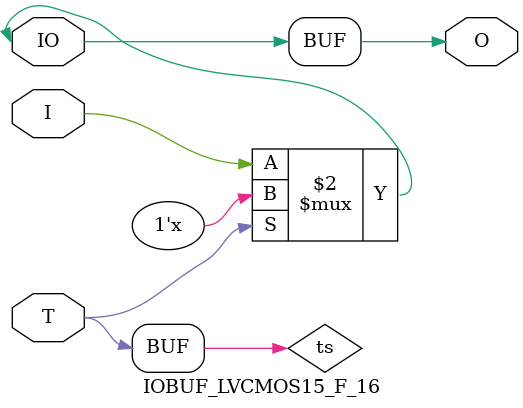
<source format=v>

/*

FUNCTION	: INPUT TRI-STATE OUTPUT BUFFER

*/

`celldefine
`timescale  100 ps / 10 ps

module IOBUF_LVCMOS15_F_16 (O, IO, I, T);

    output O;

    inout  IO;

    input  I, T;

    or O1 (ts, 1'b0, T);
    bufif0 T1 (IO, I, ts);

    buf B1 (O, IO);

endmodule

</source>
